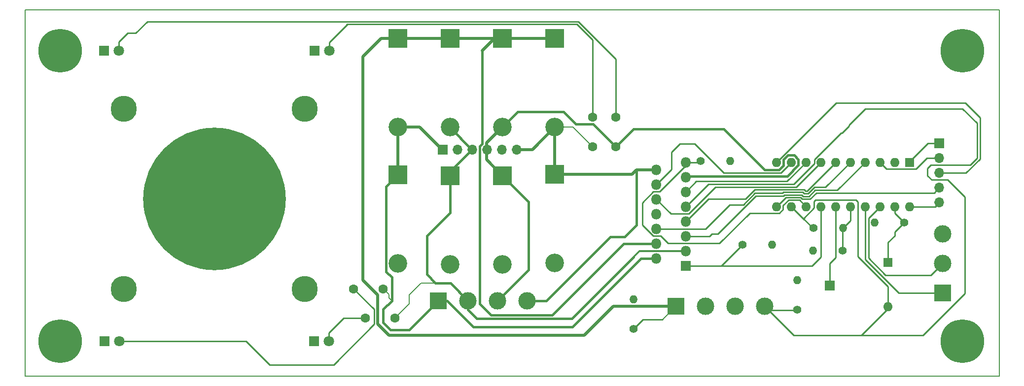
<source format=gtl>
G04 #@! TF.GenerationSoftware,KiCad,Pcbnew,(6.0.11)*
G04 #@! TF.CreationDate,2023-02-08T23:30:17+00:00*
G04 #@! TF.ProjectId,StepperDemoPCB,53746570-7065-4724-9465-6d6f5043422e,rev?*
G04 #@! TF.SameCoordinates,Original*
G04 #@! TF.FileFunction,Copper,L1,Top*
G04 #@! TF.FilePolarity,Positive*
%FSLAX46Y46*%
G04 Gerber Fmt 4.6, Leading zero omitted, Abs format (unit mm)*
G04 Created by KiCad (PCBNEW (6.0.11)) date 2023-02-08 23:30:17*
%MOMM*%
%LPD*%
G01*
G04 APERTURE LIST*
G04 #@! TA.AperFunction,NonConductor*
%ADD10C,0.200000*%
G04 #@! TD*
G04 #@! TA.AperFunction,ComponentPad*
%ADD11R,1.600000X1.600000*%
G04 #@! TD*
G04 #@! TA.AperFunction,ComponentPad*
%ADD12O,1.600000X1.600000*%
G04 #@! TD*
G04 #@! TA.AperFunction,ComponentPad*
%ADD13C,1.400000*%
G04 #@! TD*
G04 #@! TA.AperFunction,ComponentPad*
%ADD14O,1.400000X1.400000*%
G04 #@! TD*
G04 #@! TA.AperFunction,ComponentPad*
%ADD15R,1.700000X1.700000*%
G04 #@! TD*
G04 #@! TA.AperFunction,ComponentPad*
%ADD16O,1.700000X1.700000*%
G04 #@! TD*
G04 #@! TA.AperFunction,ComponentPad*
%ADD17C,24.500000*%
G04 #@! TD*
G04 #@! TA.AperFunction,ComponentPad*
%ADD18C,4.500000*%
G04 #@! TD*
G04 #@! TA.AperFunction,ComponentPad*
%ADD19C,7.500000*%
G04 #@! TD*
G04 #@! TA.AperFunction,ComponentPad*
%ADD20C,1.600000*%
G04 #@! TD*
G04 #@! TA.AperFunction,ComponentPad*
%ADD21R,1.800000X1.800000*%
G04 #@! TD*
G04 #@! TA.AperFunction,ComponentPad*
%ADD22C,1.800000*%
G04 #@! TD*
G04 #@! TA.AperFunction,ComponentPad*
%ADD23R,3.200000X3.200000*%
G04 #@! TD*
G04 #@! TA.AperFunction,ComponentPad*
%ADD24O,3.200000X3.200000*%
G04 #@! TD*
G04 #@! TA.AperFunction,ComponentPad*
%ADD25R,3.000000X3.000000*%
G04 #@! TD*
G04 #@! TA.AperFunction,ComponentPad*
%ADD26C,3.000000*%
G04 #@! TD*
G04 #@! TA.AperFunction,ComponentPad*
%ADD27O,1.800000X1.800000*%
G04 #@! TD*
G04 #@! TA.AperFunction,Conductor*
%ADD28C,0.250000*%
G04 #@! TD*
G04 #@! TA.AperFunction,Conductor*
%ADD29C,0.400000*%
G04 #@! TD*
G04 #@! TA.AperFunction,Conductor*
%ADD30C,0.500000*%
G04 #@! TD*
G04 #@! TA.AperFunction,Conductor*
%ADD31C,0.300000*%
G04 #@! TD*
G04 #@! TA.AperFunction,Conductor*
%ADD32C,0.200000*%
G04 #@! TD*
G04 APERTURE END LIST*
D10*
X34000000Y-100000000D02*
X201300000Y-100000000D01*
X201300000Y-100000000D02*
X201300000Y-37000000D01*
X201300000Y-37000000D02*
X34000000Y-37000000D01*
X34000000Y-37000000D02*
X34000000Y-100000000D01*
D11*
X182200000Y-80400000D03*
D12*
X182200000Y-88020000D03*
D13*
X185000000Y-73600000D03*
D14*
X179920000Y-73600000D03*
D15*
X105710000Y-61000000D03*
D16*
X108250000Y-61000000D03*
X110790000Y-61000000D03*
X113330000Y-61000000D03*
X115870000Y-61000000D03*
X118410000Y-61000000D03*
D17*
X66500000Y-69500000D03*
D18*
X51000000Y-54000000D03*
X82000000Y-54000000D03*
X51000000Y-85000000D03*
X82000000Y-85000000D03*
D19*
X195000000Y-94000000D03*
X40000000Y-94000000D03*
X195000000Y-44000000D03*
X40000000Y-44000000D03*
D20*
X97535000Y-90000000D03*
X92455000Y-90000000D03*
D13*
X169420000Y-74500000D03*
D14*
X174500000Y-74500000D03*
D21*
X47655000Y-94000000D03*
D22*
X50195000Y-94000000D03*
D20*
X135500000Y-60535000D03*
X135500000Y-55455000D03*
D15*
X191025000Y-59950000D03*
D16*
X191025000Y-62490000D03*
X191025000Y-65030000D03*
X191025000Y-67570000D03*
X191025000Y-70110000D03*
D15*
X172200000Y-84400000D03*
D20*
X131500000Y-60500000D03*
X131500000Y-55420000D03*
D13*
X166600000Y-88580000D03*
D14*
X166600000Y-83500000D03*
D23*
X98000000Y-65380000D03*
D24*
X98000000Y-80620000D03*
D23*
X125000000Y-65260000D03*
D24*
X125000000Y-80500000D03*
D25*
X105000000Y-87000000D03*
D26*
X110080000Y-87000000D03*
X115160000Y-87000000D03*
X120240000Y-87000000D03*
D21*
X83670000Y-94000000D03*
D22*
X86210000Y-94000000D03*
D23*
X98000000Y-41880000D03*
D24*
X98000000Y-57120000D03*
D25*
X145760000Y-88000000D03*
D26*
X150840000Y-88000000D03*
X155920000Y-88000000D03*
X161000000Y-88000000D03*
D25*
X191600000Y-85680000D03*
D26*
X191600000Y-80600000D03*
X191600000Y-75520000D03*
D23*
X116000000Y-65500000D03*
D24*
X116000000Y-80740000D03*
D23*
X125000000Y-41880000D03*
D24*
X125000000Y-57120000D03*
D23*
X107000000Y-41880000D03*
D24*
X107000000Y-57120000D03*
D13*
X157200000Y-77400000D03*
D14*
X162280000Y-77400000D03*
D21*
X83725000Y-44000000D03*
D22*
X86265000Y-44000000D03*
D13*
X138500000Y-91840000D03*
D14*
X138500000Y-86760000D03*
D13*
X150000000Y-63000000D03*
D14*
X155080000Y-63000000D03*
D11*
X185925000Y-63200000D03*
D12*
X183385000Y-63200000D03*
X180845000Y-63200000D03*
X178305000Y-63200000D03*
X175765000Y-63200000D03*
X173225000Y-63200000D03*
X170685000Y-63200000D03*
X168145000Y-63200000D03*
X165605000Y-63200000D03*
X163065000Y-63200000D03*
X163065000Y-70820000D03*
X165605000Y-70820000D03*
X168145000Y-70820000D03*
X170685000Y-70820000D03*
X173225000Y-70820000D03*
X175765000Y-70820000D03*
X178305000Y-70820000D03*
X180845000Y-70820000D03*
X183385000Y-70820000D03*
X185925000Y-70820000D03*
D23*
X107000000Y-65500000D03*
D24*
X107000000Y-80740000D03*
D23*
X116000000Y-41880000D03*
D24*
X116000000Y-57120000D03*
D13*
X174400000Y-78400000D03*
D14*
X169320000Y-78400000D03*
D21*
X47605000Y-44000000D03*
D22*
X50145000Y-44000000D03*
D20*
X90455000Y-85000000D03*
X95535000Y-85000000D03*
D21*
X147500000Y-81000000D03*
D27*
X142420000Y-79730000D03*
X147500000Y-78460000D03*
X142420000Y-77190000D03*
X147500000Y-75920000D03*
X142420000Y-74650000D03*
X147500000Y-73380000D03*
X142420000Y-72110000D03*
X147500000Y-70840000D03*
X142420000Y-69570000D03*
X147500000Y-68300000D03*
X142420000Y-67030000D03*
X147500000Y-65760000D03*
X142420000Y-64490000D03*
X147500000Y-63220000D03*
D28*
X152800000Y-81000000D02*
X147500000Y-81000000D01*
X154600000Y-81000000D02*
X152800000Y-81000000D01*
X157200000Y-77400000D02*
X153600000Y-81000000D01*
X153600000Y-81000000D02*
X152800000Y-81000000D01*
X182200000Y-77000000D02*
X182200000Y-80400000D01*
X183385000Y-75215000D02*
X183385000Y-75815000D01*
X183385000Y-75815000D02*
X182200000Y-77000000D01*
X185000000Y-73600000D02*
X183385000Y-75215000D01*
X181800000Y-82600000D02*
X178895000Y-79695000D01*
X189600000Y-82600000D02*
X181800000Y-82600000D01*
X178895000Y-72770000D02*
X180845000Y-70820000D01*
X191600000Y-80600000D02*
X189600000Y-82600000D01*
X178895000Y-79695000D02*
X178895000Y-72770000D01*
X184080000Y-85680000D02*
X191600000Y-85680000D01*
X178305000Y-79905000D02*
X184080000Y-85680000D01*
X178305000Y-70820000D02*
X178305000Y-79905000D01*
X161610000Y-88610000D02*
X161000000Y-88000000D01*
X166570000Y-88610000D02*
X161610000Y-88610000D01*
X166600000Y-88580000D02*
X166570000Y-88610000D01*
X183385000Y-71985000D02*
X183385000Y-70820000D01*
D29*
X136810000Y-77190000D02*
X142420000Y-77190000D01*
X114000000Y-89500000D02*
X124500000Y-89500000D01*
X112080000Y-60422233D02*
X112080000Y-87580000D01*
X112080000Y-87580000D02*
X114000000Y-89500000D01*
X112500000Y-60002233D02*
X112080000Y-60422233D01*
X112500000Y-44000000D02*
X112500000Y-60002233D01*
X124500000Y-89500000D02*
X136810000Y-77190000D01*
D28*
X172200000Y-80600000D02*
X173225000Y-79575000D01*
X172200000Y-84400000D02*
X172200000Y-80600000D01*
X173225000Y-70820000D02*
X173225000Y-79575000D01*
X182200000Y-88400000D02*
X177600000Y-93000000D01*
X177600000Y-93000000D02*
X166000000Y-93000000D01*
X178600000Y-93000000D02*
X177600000Y-93000000D01*
X182200000Y-86020000D02*
X182200000Y-88400000D01*
X182200000Y-84620000D02*
X182200000Y-86020000D01*
X177000000Y-79420000D02*
X182200000Y-84620000D01*
X183385000Y-71985000D02*
X185000000Y-73600000D01*
X188200000Y-93000000D02*
X178600000Y-93000000D01*
X177000000Y-70000000D02*
X177000000Y-79420000D01*
X166000000Y-93000000D02*
X161000000Y-88000000D01*
X195400000Y-85800000D02*
X188200000Y-93000000D01*
X195400000Y-69200000D02*
X195400000Y-85800000D01*
X192405000Y-66205000D02*
X195400000Y-69200000D01*
X189705000Y-66205000D02*
X192405000Y-66205000D01*
X189000000Y-65500000D02*
X189705000Y-66205000D01*
X189000000Y-64250000D02*
X189000000Y-65500000D01*
X189585000Y-63665000D02*
X189000000Y-64250000D01*
X196335000Y-63665000D02*
X189585000Y-63665000D01*
X197500000Y-62500000D02*
X196335000Y-63665000D01*
X197500000Y-56500000D02*
X197500000Y-62500000D01*
X195000000Y-54000000D02*
X197500000Y-56500000D01*
X178294010Y-54000000D02*
X195000000Y-54000000D01*
X175500000Y-56794010D02*
X178294010Y-54000000D01*
X175500000Y-57000000D02*
X175500000Y-56794010D01*
X174147005Y-58147005D02*
X174352995Y-58147005D01*
X169560000Y-63440000D02*
X169560000Y-62734009D01*
X169560000Y-62734009D02*
X174147005Y-58147005D01*
X166005000Y-66995000D02*
X169560000Y-63440000D01*
X151345000Y-66995000D02*
X166005000Y-66995000D01*
X147500000Y-70840000D02*
X151345000Y-66995000D01*
X174352995Y-58147005D02*
X175500000Y-57000000D01*
X174400000Y-78400000D02*
X174400000Y-74600000D01*
X174400000Y-74600000D02*
X174500000Y-74500000D01*
X169200000Y-81000000D02*
X154600000Y-81000000D01*
X170685000Y-79515000D02*
X169200000Y-81000000D01*
X170685000Y-70820000D02*
X170685000Y-79515000D01*
X147500000Y-63780000D02*
X147500000Y-63220000D01*
X143025000Y-68255000D02*
X147500000Y-63780000D01*
X140000000Y-70167588D02*
X141912588Y-68255000D01*
X140000000Y-73962412D02*
X140000000Y-70167588D01*
X141912588Y-75875000D02*
X140000000Y-73962412D01*
X143182588Y-75875000D02*
X141912588Y-75875000D01*
X144452588Y-77145000D02*
X143182588Y-75875000D01*
X158455000Y-71945000D02*
X153255000Y-77145000D01*
X164190000Y-71285991D02*
X163530991Y-71945000D01*
X141912588Y-68255000D02*
X143025000Y-68255000D01*
X153255000Y-77145000D02*
X144452588Y-77145000D01*
X164190000Y-70644009D02*
X164190000Y-71285991D01*
X165139009Y-69695000D02*
X164190000Y-70644009D01*
X163530991Y-71945000D02*
X158455000Y-71945000D01*
X167020000Y-69695000D02*
X165139009Y-69695000D01*
X168145000Y-70820000D02*
X167020000Y-69695000D01*
X167698491Y-72857500D02*
X167642500Y-72857500D01*
X169500000Y-71055991D02*
X167698491Y-72857500D01*
X169500000Y-69950000D02*
X169500000Y-71055991D01*
X169755000Y-69695000D02*
X169500000Y-69950000D01*
X176695000Y-69695000D02*
X169755000Y-69695000D01*
X177000000Y-70000000D02*
X176695000Y-69695000D01*
X185925000Y-70820000D02*
X190315000Y-70820000D01*
X190315000Y-70820000D02*
X191025000Y-70110000D01*
X169884188Y-68450000D02*
X190145000Y-68450000D01*
X164640000Y-69245000D02*
X167206396Y-69245000D01*
X167206396Y-69245000D02*
X167461396Y-69500000D01*
X163065000Y-70820000D02*
X164640000Y-69245000D01*
X167461396Y-69500000D02*
X168834188Y-69500000D01*
X168834188Y-69500000D02*
X169884188Y-68450000D01*
X190145000Y-68450000D02*
X191025000Y-67570000D01*
X189050000Y-59950000D02*
X191025000Y-59950000D01*
X188885000Y-62490000D02*
X191025000Y-62490000D01*
X198000000Y-62636396D02*
X195606396Y-65030000D01*
X198000000Y-55500000D02*
X198000000Y-62636396D01*
X195500000Y-53000000D02*
X198000000Y-55500000D01*
X173265000Y-53000000D02*
X195500000Y-53000000D01*
X163065000Y-63200000D02*
X173265000Y-53000000D01*
X195606396Y-65030000D02*
X191025000Y-65030000D01*
X86210000Y-92500000D02*
X86210000Y-94000000D01*
X72000000Y-94000000D02*
X50195000Y-94000000D01*
X93960000Y-91040000D02*
X87000000Y-98000000D01*
X87000000Y-98000000D02*
X76000000Y-98000000D01*
X76000000Y-98000000D02*
X72000000Y-94000000D01*
X93960000Y-88505000D02*
X93960000Y-91040000D01*
X90455000Y-85000000D02*
X93960000Y-88505000D01*
X50145000Y-42500000D02*
X50145000Y-44000000D01*
X86265000Y-42555000D02*
X89370000Y-39450000D01*
X91050000Y-39450000D02*
X89260000Y-39450000D01*
X89370000Y-39450000D02*
X91050000Y-39450000D01*
X128813604Y-39450000D02*
X91050000Y-39450000D01*
X86265000Y-42555000D02*
X86265000Y-44000000D01*
D30*
X101770000Y-57120000D02*
X105650000Y-61000000D01*
D29*
X110730000Y-61000000D02*
X107000000Y-57270000D01*
X107000000Y-64730000D02*
X110730000Y-61000000D01*
D30*
X113270000Y-59850000D02*
X113270000Y-61000000D01*
X113270000Y-61000000D02*
X113270000Y-62770000D01*
X116000000Y-57120000D02*
X113270000Y-59850000D01*
X113270000Y-62770000D02*
X116000000Y-65500000D01*
X121120000Y-61000000D02*
X118350000Y-61000000D01*
D31*
X147500000Y-78460000D02*
X139540000Y-78460000D01*
X139540000Y-78460000D02*
X138500000Y-79500000D01*
D29*
X128000000Y-90000000D02*
X138500000Y-79500000D01*
D30*
X114620000Y-41880000D02*
X112500000Y-44000000D01*
X116000000Y-41880000D02*
X114620000Y-41880000D01*
D28*
X145000000Y-64450000D02*
X142420000Y-67030000D01*
X149000000Y-60000000D02*
X146500000Y-60000000D01*
X145000000Y-61500000D02*
X145000000Y-64450000D01*
X163805000Y-65000000D02*
X154000000Y-65000000D01*
X146500000Y-60000000D02*
X145000000Y-61500000D01*
X165605000Y-63200000D02*
X163805000Y-65000000D01*
X154000000Y-65000000D02*
X149000000Y-60000000D01*
D29*
X138535000Y-57500000D02*
X135500000Y-60535000D01*
X161000000Y-64475000D02*
X154025000Y-57500000D01*
X163500000Y-64475000D02*
X161000000Y-64475000D01*
X164265000Y-63710000D02*
X163500000Y-64475000D01*
X164265000Y-62742462D02*
X164265000Y-63710000D01*
X154025000Y-57500000D02*
X138535000Y-57500000D01*
X165007462Y-62000000D02*
X164265000Y-62742462D01*
X166102057Y-62000000D02*
X165007462Y-62000000D01*
X166805000Y-62702943D02*
X166102057Y-62000000D01*
X166805000Y-63697057D02*
X166805000Y-62702943D01*
X164927057Y-65575000D02*
X166805000Y-63697057D01*
X147685000Y-65575000D02*
X164927057Y-65575000D01*
D28*
X149300000Y-66500000D02*
X147500000Y-68300000D01*
X164845000Y-66500000D02*
X149300000Y-66500000D01*
X168145000Y-63200000D02*
X164845000Y-66500000D01*
D29*
X139770000Y-79730000D02*
X142420000Y-79730000D01*
X128000000Y-91500000D02*
X139770000Y-79730000D01*
X111000000Y-91500000D02*
X128000000Y-91500000D01*
X106500000Y-87000000D02*
X111000000Y-91500000D01*
X105000000Y-87000000D02*
X106500000Y-87000000D01*
X127900000Y-90100000D02*
X128000000Y-90000000D01*
X111500000Y-90000000D02*
X111600000Y-90100000D01*
X110080000Y-88580000D02*
X111500000Y-90000000D01*
X111600000Y-90100000D02*
X127900000Y-90100000D01*
X110080000Y-87000000D02*
X110080000Y-88580000D01*
X123500000Y-87000000D02*
X120240000Y-87000000D01*
X134500000Y-76000000D02*
X123500000Y-87000000D01*
X139010000Y-73990000D02*
X139010000Y-64490000D01*
X137000000Y-76000000D02*
X139010000Y-73990000D01*
X134500000Y-76000000D02*
X137000000Y-76000000D01*
X131585000Y-56620000D02*
X135500000Y-60535000D01*
X107000000Y-65500000D02*
X107000000Y-64730000D01*
X95500000Y-90750000D02*
X95500000Y-88500000D01*
X95500000Y-88500000D02*
X97000000Y-87000000D01*
X100000000Y-92000000D02*
X96750000Y-92000000D01*
X105000000Y-87000000D02*
X100000000Y-92000000D01*
X96750000Y-92000000D02*
X95500000Y-90750000D01*
X107080000Y-84000000D02*
X110080000Y-87000000D01*
X104500000Y-84000000D02*
X107080000Y-84000000D01*
D32*
X100000000Y-87535000D02*
X97535000Y-90000000D01*
X100000000Y-86000000D02*
X100000000Y-87535000D01*
D29*
X107000000Y-71840000D02*
X107000000Y-65500000D01*
D32*
X104500000Y-84000000D02*
X102000000Y-84000000D01*
D29*
X103000000Y-82500000D02*
X103000000Y-75840000D01*
D32*
X102000000Y-84000000D02*
X100000000Y-86000000D01*
D29*
X104500000Y-84000000D02*
X103000000Y-82500000D01*
X103000000Y-75840000D02*
X107000000Y-71840000D01*
D32*
X107000000Y-57270000D02*
X107000000Y-57120000D01*
D29*
X118620000Y-54500000D02*
X116000000Y-57120000D01*
X128620000Y-56620000D02*
X126500000Y-54500000D01*
X131585000Y-56620000D02*
X128620000Y-56620000D01*
X126500000Y-54500000D02*
X118620000Y-54500000D01*
D30*
X116000000Y-41880000D02*
X113620000Y-41880000D01*
X113620000Y-41880000D02*
X107000000Y-41880000D01*
X125000000Y-57120000D02*
X121120000Y-61000000D01*
X125000000Y-57120000D02*
X125000000Y-65260000D01*
X139010000Y-64490000D02*
X142420000Y-64490000D01*
X138240000Y-65260000D02*
X139010000Y-64490000D01*
X138240000Y-65260000D02*
X125000000Y-65260000D01*
D32*
X128120000Y-57120000D02*
X131500000Y-60500000D01*
X125000000Y-57120000D02*
X128120000Y-57120000D01*
D30*
X98000000Y-57120000D02*
X101770000Y-57120000D01*
X98000000Y-57120000D02*
X98000000Y-65380000D01*
X116000000Y-41880000D02*
X125000000Y-41880000D01*
X98000000Y-41880000D02*
X107000000Y-41880000D01*
X95120000Y-41880000D02*
X98000000Y-41880000D01*
X92000000Y-45000000D02*
X95120000Y-41880000D01*
X92000000Y-83500000D02*
X92000000Y-45000000D01*
X94535000Y-86035000D02*
X92000000Y-83500000D01*
X94535000Y-91035000D02*
X94535000Y-86035000D01*
X96500000Y-93000000D02*
X94535000Y-91035000D01*
X130000000Y-93000000D02*
X96500000Y-93000000D01*
X135000000Y-88000000D02*
X130000000Y-93000000D01*
X145760000Y-88000000D02*
X135000000Y-88000000D01*
D28*
X131500000Y-42136396D02*
X128813604Y-39450000D01*
X131500000Y-55420000D02*
X131500000Y-42136396D01*
X129000000Y-39000000D02*
X55000000Y-39000000D01*
X51645000Y-41000000D02*
X50145000Y-42500000D01*
X135500000Y-45500000D02*
X129000000Y-39000000D01*
X53000000Y-41000000D02*
X51645000Y-41000000D01*
X135500000Y-55455000D02*
X135500000Y-45500000D01*
X55000000Y-39000000D02*
X53000000Y-41000000D01*
X180845000Y-63200000D02*
X181970000Y-64325000D01*
X181970000Y-64325000D02*
X187050000Y-64325000D01*
X187050000Y-64325000D02*
X188885000Y-62490000D01*
X185925000Y-63075000D02*
X189050000Y-59950000D01*
X185925000Y-63200000D02*
X185925000Y-63075000D01*
X148007412Y-72065000D02*
X144915000Y-72065000D01*
X152572412Y-67500000D02*
X148007412Y-72065000D01*
X144915000Y-72065000D02*
X142420000Y-69570000D01*
X159090812Y-67500000D02*
X152572412Y-67500000D01*
X159145812Y-67445000D02*
X159090812Y-67500000D01*
X166440000Y-67445000D02*
X159145812Y-67445000D01*
X170685000Y-63200000D02*
X166440000Y-67445000D01*
D32*
X96500000Y-85965000D02*
X95535000Y-85000000D01*
X96500000Y-86500000D02*
X96500000Y-85965000D01*
X97000000Y-87000000D02*
X96500000Y-86500000D01*
D28*
X86210000Y-92500000D02*
X88710000Y-90000000D01*
X88710000Y-90000000D02*
X92455000Y-90000000D01*
D29*
X97000000Y-87000000D02*
X97000000Y-85000000D01*
X97000000Y-85000000D02*
X97000000Y-83000000D01*
X96000000Y-67380000D02*
X98000000Y-65380000D01*
X97000000Y-83000000D02*
X96000000Y-82000000D01*
X96000000Y-82000000D02*
X96000000Y-67380000D01*
D32*
X143535000Y-90225000D02*
X145760000Y-88000000D01*
D28*
X138500000Y-91840000D02*
X140115000Y-90225000D01*
X140115000Y-90225000D02*
X143535000Y-90225000D01*
X169285000Y-74500000D02*
X169420000Y-74500000D01*
X165605000Y-70820000D02*
X167642500Y-72857500D01*
X167642500Y-72857500D02*
X169285000Y-74500000D01*
X174500000Y-74500000D02*
X175765000Y-73235000D01*
X175765000Y-73235000D02*
X175765000Y-70820000D01*
X149780000Y-63220000D02*
X150000000Y-63000000D01*
X147500000Y-63220000D02*
X149780000Y-63220000D01*
X164267208Y-68345000D02*
X164112208Y-68500000D01*
X167579188Y-68345000D02*
X164267208Y-68345000D01*
X157363604Y-70500000D02*
X155000000Y-70500000D01*
X171465000Y-67500000D02*
X169561396Y-67500000D01*
X155000000Y-70500000D02*
X150850000Y-74650000D01*
X168461396Y-68600000D02*
X167834188Y-68600000D01*
X167834188Y-68600000D02*
X167579188Y-68345000D01*
X159363604Y-68500000D02*
X157363604Y-70500000D01*
X169561396Y-67500000D02*
X168461396Y-68600000D01*
X175765000Y-63200000D02*
X171465000Y-67500000D01*
X164112208Y-68500000D02*
X159363604Y-68500000D01*
X150850000Y-74650000D02*
X142420000Y-74650000D01*
D29*
X120500000Y-81660000D02*
X120500000Y-70000000D01*
D32*
X147500000Y-65760000D02*
X147685000Y-65575000D01*
D29*
X115160000Y-87000000D02*
X120500000Y-81660000D01*
X120500000Y-70000000D02*
X116000000Y-65500000D01*
D28*
X167647792Y-69050000D02*
X167392792Y-68795000D01*
X173505000Y-68000000D02*
X169697792Y-68000000D01*
X159500000Y-69000000D02*
X153000000Y-75500000D01*
X152000000Y-75500000D02*
X151580000Y-75920000D01*
X164248604Y-69000000D02*
X159500000Y-69000000D01*
X164453604Y-68795000D02*
X164248604Y-69000000D01*
X169697792Y-68000000D02*
X168647792Y-69050000D01*
X151580000Y-75920000D02*
X147500000Y-75920000D01*
X153000000Y-75500000D02*
X152000000Y-75500000D01*
X168647792Y-69050000D02*
X167647792Y-69050000D01*
X167392792Y-68795000D02*
X164453604Y-68795000D01*
X178305000Y-63200000D02*
X173505000Y-68000000D01*
X147500000Y-73363604D02*
X147500000Y-73380000D01*
X168275000Y-68150000D02*
X168020584Y-68150000D01*
X157727208Y-69500000D02*
X151363604Y-69500000D01*
X159332208Y-67895000D02*
X157727208Y-69500000D01*
X168020584Y-68150000D02*
X167765584Y-67895000D01*
X151363604Y-69500000D02*
X147500000Y-73363604D01*
X167765584Y-67895000D02*
X159332208Y-67895000D01*
X173225000Y-63200000D02*
X168275000Y-68150000D01*
M02*

</source>
